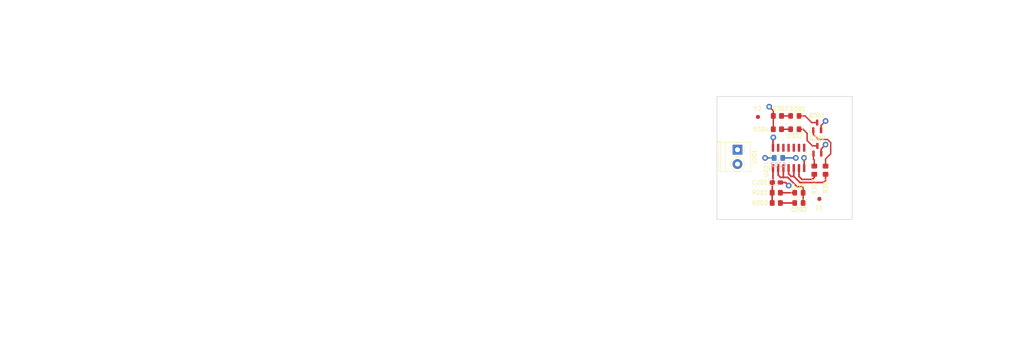
<source format=kicad_pcb>
(kicad_pcb (version 20240108) (generator "pcbnew") (generator_version "8.0")
  (title_block (title "Ejercicio KICAD Multicapa") (date "2018-09-28") (rev "1") (company "Diego Brengi - Cursos KiCad"))
  (layers (0 "F.Cu" signal "1.F.Cu") (1 "In1.Cu" power "2.In.Cu.GND") (2 "In2.Cu" power "3.In.Cu.VCC") (31 "B.Cu" signal "4.B.Cu") (34 "B.Paste" user) (35 "F.Paste" user) (36 "B.SilkS" user "8.B.Silkscreen") (37 "F.SilkS" user "7.F.Silkscreen") (38 "B.Mask" user "6.B.Mask") (39 "F.Mask" user "5.F.Mask") (44 "Edge.Cuts" user))
  (net 0 "")
  (net 1 "GND")
  (net 2 "+5V")
  (net 3 "unconnected-(D201-K-Pad1)")
  (net 4 "unconnected-(D202-A-Pad2)")
  (net 5 "unconnected-(D301-A-Pad2)")
  (net 6 "unconnected-(D302-A-Pad2)")
  (net 7 "/Leds/LED1")
  (net 8 "/Leds/LED2")
  (net 9 "unconnected-(U201-Pad1)")
  (net 10 "Net-(D201-A)")
  (net 17 "Net-(D301-K)")
  (net 18 "Net-(D302-K)")
  (net 19 "Net-(Q301-B)")
  (net 20 "Net-(Q302-B)")
  (footprint "Resistor_SMD:R_0805_2012Metric_Pad1.20x1.40mm_HandSolder" (layer "F.Cu") (at 213.975 65 180)
    (property "Reference" "R201" (at 3.975 0 0) (layer "F.SilkS"))
    (property "Value" "100k")
    (fp_line (start -0.227064 0.735) (end 0.227064 0.735) (stroke (width 0.12)) (layer "F.SilkS"))
    (fp_line (start -0.227064 -0.735) (end 0.227064 -0.735) (stroke (width 0.12)) (layer "F.SilkS"))
    (pad "1" smd roundrect (at -1 0 180) (size 1.2 1.4) (layers "F.Cu" "F.Paste" "F.Mask") (roundrect_rratio 0.208333) (net 3 "unconnected-(D201-K-Pad1)"))
    (pad "2" smd roundrect (at 1 0 180) (size 1.2 1.4) (layers "F.Cu" "F.Paste" "F.Mask") (roundrect_rratio 0.208333) (net 9 "unconnected-(U201-Pad1)"))
  )
  (footprint "MountingHole:MountingHole_2.2mm_M2" (layer "F.Cu") (at 203.5 45.5)
    (property "Reference" "MK101" (hide yes))
    (property "Value" "Mounting_Hole")
    (pad "" np_thru_hole circle (at 0 0) (size 2.2 2.2) (drill 2.2) (layers "*.Cu" "*.Mask"))
  )
  (footprint "Fiducial:Fiducial_1mm_Mask2mm" (layer "F.Cu") (at 209.5 46.5)
    (property "Reference" "F2" (at 0 -2 0) (layer "F.SilkS"))
    (property "Value" "Fiducial")
    (pad "" smd circle (at 0 0) (size 1 1) (layers "F.Cu" "F.Mask") (clearance 0.5))
  )
  (footprint "Capacitor_Tantalum_SMD:CP_EIA-2012-12_Kemet-R_Pad1.30x1.05mm_HandSolder" (layer "F.Cu") (at 213.975 62.5)
    (property "Reference" "C201" (at -3.975 0 0) (layer "F.SilkS"))
    (property "Value" "1uF")
    (fp_line (start -1.885 -0.785) (end -1.885 0.785) (stroke (width 0.12)) (layer "F.SilkS"))
    (fp_line (start -1.885 0.785) (end 1 0.785) (stroke (width 0.12)) (layer "F.SilkS"))
    (fp_line (start 1 -0.785) (end -1.885 -0.785) (stroke (width 0.12)) (layer "F.SilkS"))
    (pad "1" smd roundrect (at -0.975 0) (size 1.3 1.05) (layers "F.Cu" "F.Paste" "F.Mask") (roundrect_rratio 0.238095) (net 9 "unconnected-(U201-Pad1)"))
    (pad "2" smd roundrect (at 0.975 0) (size 1.3 1.05) (layers "F.Cu" "F.Paste" "F.Mask") (roundrect_rratio 0.238095) (net 1 "GND"))
  )
  (footprint "MountingHole:MountingHole_2.2mm_M2" (layer "F.Cu") (at 203.5 67.5)
    (property "Reference" "MK102" (hide yes))
    (property "Value" "Mounting_Hole")
    (pad "" np_thru_hole circle (at 0 0) (size 2.2 2.2) (drill 2.2) (layers "*.Cu" "*.Mask"))
  )
  (footprint "LED_SMD:LED_0805_2012Metric_Pad1.15x1.40mm_HandSolder" (layer "F.Cu") (at 218.5 49.5 180)
    (property "Reference" "D302" (at 0 -1.65 0) (layer "F.SilkS"))
    (property "Value" "LED VERDE")
    (fp_line (start 1 -0.96) (end -1.86 -0.96) (stroke (width 0.12)) (layer "F.SilkS"))
    (fp_line (start -1.86 0.96) (end 1 0.96) (stroke (width 0.12)) (layer "F.SilkS"))
    (fp_line (start -1.86 -0.96) (end -1.86 0.96) (stroke (width 0.12)) (layer "F.SilkS"))
    (pad "1" smd roundrect (at -1.025 0 180) (size 1.15 1.4) (layers "F.Cu" "F.Paste" "F.Mask") (roundrect_rratio 0.217391) (net 18 "Net-(D302-K)"))
    (pad "2" smd roundrect (at 1.025 0 180) (size 1.15 1.4) (layers "F.Cu" "F.Paste" "F.Mask") (roundrect_rratio 0.217391) (net 6 "unconnected-(D302-A-Pad2)"))
  )
  (footprint "Resistor_SMD:R_0805_2012Metric_Pad1.20x1.40mm_HandSolder" (layer "F.Cu") (at 214.25 46.25)
    (property "Reference" "R302" (at 0.75 -1.75 0) (layer "F.SilkS"))
    (property "Value" "470R")
    (fp_line (start -0.227064 -0.735) (end 0.227064 -0.735) (stroke (width 0.12)) (layer "F.SilkS"))
    (fp_line (start -0.227064 0.735) (end 0.227064 0.735) (stroke (width 0.12)) (layer "F.SilkS"))
    (pad "1" smd roundrect (at -1 0) (size 1.2 1.4) (layers "F.Cu" "F.Paste" "F.Mask") (roundrect_rratio 0.208333) (net 2 "+5V"))
    (pad "2" smd roundrect (at 1 0) (size 1.2 1.4) (layers "F.Cu" "F.Paste" "F.Mask") (roundrect_rratio 0.208333) (net 5 "unconnected-(D301-A-Pad2)"))
  )
  (footprint "Resistor_SMD:R_0805_2012Metric_Pad1.20x1.40mm_HandSolder" (layer "F.Cu") (at 213.975 67.5 180)
    (property "Reference" "R202" (at 3.975 0 0) (layer "F.SilkS"))
    (property "Value" "180k")
    (fp_line (start -0.227064 0.735) (end 0.227064 0.735) (stroke (width 0.12)) (layer "F.SilkS"))
    (fp_line (start -0.227064 -0.735) (end 0.227064 -0.735) (stroke (width 0.12)) (layer "F.SilkS"))
    (pad "1" smd roundrect (at -1 0 180) (size 1.2 1.4) (layers "F.Cu" "F.Paste" "F.Mask") (roundrect_rratio 0.208333) (net 4 "unconnected-(D202-A-Pad2)"))
    (pad "2" smd roundrect (at 1 0 180) (size 1.2 1.4) (layers "F.Cu" "F.Paste" "F.Mask") (roundrect_rratio 0.208333) (net 9 "unconnected-(U201-Pad1)"))
  )
  (footprint "Package_SO:SOIC-14_3.9x8.7mm_P1.27mm" (layer "F.Cu") (at 216.975 56.5 90)
    (property "Reference" "U201" (at -2.75 -5.475 90) (layer "F.SilkS"))
    (property "Value" "40106")
    (fp_line (start 0 -4.435) (end 1.95 -4.435) (stroke (width 0.12)) (layer "F.SilkS"))
    (fp_line (start 0 -4.435) (end -1.95 -4.435) (stroke (width 0.12)) (layer "F.SilkS"))
    (fp_line (start 0 4.435) (end 1.95 4.435) (stroke (width 0.12)) (layer "F.SilkS"))
    (fp_line (start 0 4.435) (end -1.95 4.435) (stroke (width 0.12)) (layer "F.SilkS"))
    (fp_poly (pts (xy -2.7 -4.37) (xy -2.94 -4.7) (xy -2.46 -4.7) (xy -2.7 -4.37)) (stroke (width 0.12)) (fill solid) (layer "F.SilkS"))
    (pad "1" smd roundrect (at -2.475 -3.81 90) (size 1.95 0.6) (layers "F.Cu" "F.Paste" "F.Mask") (net 9 "unconnected-(U201-Pad1)"))
    (pad "2" smd roundrect (at -2.475 -2.54 90) (size 1.95 0.6) (layers "F.Cu" "F.Paste" "F.Mask") (net 10 "Net-(D201-A)"))
    (pad "3" smd roundrect (at -2.475 -1.27 90) (size 1.95 0.6) (layers "F.Cu" "F.Paste" "F.Mask") (net 10 "Net-(D201-A)"))
    (pad "4" smd roundrect (at -2.475 0 90) (size 1.95 0.6) (layers "F.Cu" "F.Paste" "F.Mask") (net 7 "/Leds/LED1"))
    (pad "5" smd roundrect (at -2.475 1.27 90) (size 1.95 0.6) (layers "F.Cu" "F.Paste" "F.Mask") (net 7 "/Leds/LED1"))
    (pad "6" smd roundrect (at -2.475 2.54 90) (size 1.95 0.6) (layers "F.Cu" "F.Paste" "F.Mask") (net 8 "/Leds/LED2"))
    (pad "7" smd roundrect (at -2.475 3.81 90) (size 1.95 0.6) (layers "F.Cu" "F.Paste" "F.Mask") (net 1 "GND"))
    (pad "8" smd roundrect (at 2.475 3.81 90) (size 1.95 0.6) (layers "F.Cu" "F.Paste" "F.Mask"))
    (pad "9" smd roundrect (at 2.475 2.54 90) (size 1.95 0.6) (layers "F.Cu" "F.Paste" "F.Mask"))
    (pad "10" smd roundrect (at 2.475 1.27 90) (size 1.95 0.6) (layers "F.Cu" "F.Paste" "F.Mask"))
    (pad "11" smd roundrect (at 2.475 0 90) (size 1.95 0.6) (layers "F.Cu" "F.Paste" "F.Mask"))
    (pad "12" smd roundrect (at 2.475 -1.27 90) (size 1.95 0.6) (layers "F.Cu" "F.Paste" "F.Mask"))
    (pad "13" smd roundrect (at 2.475 -2.54 90) (size 1.95 0.6) (layers "F.Cu" "F.Paste" "F.Mask"))
    (pad "14" smd roundrect (at 2.475 -3.81 90) (size 1.95 0.6) (layers "F.Cu" "F.Paste" "F.Mask") (net 2 "+5V"))
  )
  (footprint "MountingHole:MountingHole_2.2mm_M2" (layer "F.Cu") (at 228.5 67.5)
    (property "Reference" "MK103" (hide yes))
    (property "Value" "Mounting_Hole")
    (pad "" np_thru_hole circle (at 0 0) (size 2.2 2.2) (drill 2.2) (layers "*.Cu" "*.Mask"))
  )
  (footprint "MountingHole:MountingHole_2.2mm_M2" (layer "F.Cu") (at 228.5 45.5)
    (property "Reference" "MK104" (hide yes))
    (property "Value" "Mounting_Hole")
    (pad "" np_thru_hole circle (at 0 0) (size 2.2 2.2) (drill 2.2) (layers "*.Cu" "*.Mask"))
  )
  (footprint "Resistor_SMD:R_0805_2012Metric_Pad1.20x1.40mm_HandSolder" (layer "F.Cu") (at 226 59.5 -90)
    (property "Reference" "R301" (at 3.75 0 -90) (layer "F.SilkS"))
    (property "Value" "2k2")
    (fp_line (start -0.227064 0.735) (end 0.227064 0.735) (stroke (width 0.12)) (layer "F.SilkS"))
    (fp_line (start -0.227064 -0.735) (end 0.227064 -0.735) (stroke (width 0.12)) (layer "F.SilkS"))
    (pad "1" smd roundrect (at -1 0 270) (size 1.2 1.4) (layers "F.Cu" "F.Paste" "F.Mask") (roundrect_rratio 0.208333) (net 19 "Net-(Q301-B)"))
    (pad "2" smd roundrect (at 1 0 270) (size 1.2 1.4) (layers "F.Cu" "F.Paste" "F.Mask") (roundrect_rratio 0.208333) (net 7 "/Leds/LED1"))
  )
  (footprint "LED_SMD:LED_0805_2012Metric_Pad1.15x1.40mm_HandSolder" (layer "F.Cu") (at 218.5 46.25 180)
    (property "Reference" "D301" (at -0.75 1.75 0) (layer "F.SilkS"))
    (property "Value" "LED ROJO")
    (fp_line (start 1 -0.96) (end -1.86 -0.96) (stroke (width 0.12)) (layer "F.SilkS"))
    (fp_line (start -1.86 0.96) (end 1 0.96) (stroke (width 0.12)) (layer "F.SilkS"))
    (fp_line (start -1.86 -0.96) (end -1.86 0.96) (stroke (width 0.12)) (layer "F.SilkS"))
    (pad "1" smd roundrect (at -1.025 0 180) (size 1.15 1.4) (layers "F.Cu" "F.Paste" "F.Mask") (roundrect_rratio 0.217391) (net 17 "Net-(D301-K)"))
    (pad "2" smd roundrect (at 1.025 0 180) (size 1.15 1.4) (layers "F.Cu" "F.Paste" "F.Mask") (roundrect_rratio 0.217391) (net 5 "unconnected-(D301-A-Pad2)"))
  )
  (footprint "Package_TO_SOT_SMD:SOT-23" (layer "F.Cu") (at 224 54.5 90)
    (property "Reference" "Q302" (at 2.8125 -0.05 180) (layer "F.SilkS"))
    (property "Value" "BC846")
    (fp_line (start 0 -1.56) (end 0.65 -1.56) (stroke (width 0.12)) (layer "F.SilkS"))
    (fp_line (start 0 -1.56) (end -0.65 -1.56) (stroke (width 0.12)) (layer "F.SilkS"))
    (fp_line (start 0 1.56) (end 0.65 1.56) (stroke (width 0.12)) (layer "F.SilkS"))
    (fp_line (start 0 1.56) (end -0.65 1.56) (stroke (width 0.12)) (layer "F.SilkS"))
    (fp_poly (pts (xy -1.1625 -1.51) (xy -1.4025 -1.84) (xy -0.9225 -1.84) (xy -1.1625 -1.51)) (stroke (width 0.12)) (fill solid) (layer "F.SilkS"))
    (pad "1" smd roundrect (at -0.9375 -0.95 90) (size 1.475 0.6) (layers "F.Cu" "F.Paste" "F.Mask") (net 20 "Net-(Q302-B)"))
    (pad "2" smd roundrect (at -0.9375 0.95 90) (size 1.475 0.6) (layers "F.Cu" "F.Paste" "F.Mask") (net 1 "GND"))
    (pad "3" smd roundrect (at 0.9375 0 90) (size 1.475 0.6) (layers "F.Cu" "F.Paste" "F.Mask") (net 18 "Net-(D302-K)"))
  )
  (footprint "Diode_SMD:D_0805_2012Metric_Pad1.15x1.40mm_HandSolder" (layer "F.Cu") (at 219.5 65)
    (property "Reference" "D201" (at 0 -1.65 0) (layer "F.SilkS"))
    (property "Value" "1N4148")
    (fp_line (start -1.86 -0.96) (end -1.86 0.96) (stroke (width 0.12)) (layer "F.SilkS"))
    (fp_line (start -1.86 0.96) (end 1 0.96) (stroke (width 0.12)) (layer "F.SilkS"))
    (fp_line (start 1 -0.96) (end -1.86 -0.96) (stroke (width 0.12)) (layer "F.SilkS"))
    (pad "1" smd roundrect (at -1.025 0) (size 1.15 1.4) (layers "F.Cu" "F.Paste" "F.Mask") (roundrect_rratio 0.217391) (net 3 "unconnected-(D201-K-Pad1)"))
    (pad "2" smd roundrect (at 1.025 0) (size 1.15 1.4) (layers "F.Cu" "F.Paste" "F.Mask") (roundrect_rratio 0.217391) (net 10 "Net-(D201-A)"))
  )
  (footprint "Fiducial:Fiducial_1mm_Mask2mm" (layer "F.Cu") (at 224.5 66.5)
    (property "Reference" "F1" (at 0 2.25 0) (layer "F.SilkS"))
    (property "Value" "Fiducial")
    (pad "" smd circle (at 0 0) (size 1 1) (layers "F.Cu" "F.Mask") (clearance 0.5))
  )
  (footprint "Resistor_SMD:R_0805_2012Metric_Pad1.20x1.40mm_HandSolder" (layer "F.Cu") (at 223.25 59.5 -90)
    (property "Reference" "R303" (at 4 0 90) (layer "F.SilkS"))
    (property "Value" "2k2")
    (fp_line (start -0.227064 0.735) (end 0.227064 0.735) (stroke (width 0.12)) (layer "F.SilkS"))
    (fp_line (start -0.227064 -0.735) (end 0.227064 -0.735) (stroke (width 0.12)) (layer "F.SilkS"))
    (pad "1" smd roundrect (at -1 0 270) (size 1.2 1.4) (layers "F.Cu" "F.Paste" "F.Mask") (roundrect_rratio 0.208333) (net 20 "Net-(Q302-B)"))
    (pad "2" smd roundrect (at 1 0 270) (size 1.2 1.4) (layers "F.Cu" "F.Paste" "F.Mask") (roundrect_rratio 0.208333) (net 8 "/Leds/LED2"))
  )
  (footprint "Diode_SMD:D_0805_2012Metric_Pad1.15x1.40mm_HandSolder" (layer "F.Cu") (at 219.5 67.5 180)
    (property "Reference" "D202" (at 0 -1.65 0) (layer "F.SilkS"))
    (property "Value" "1N4148")
    (fp_line (start 1 -0.96) (end -1.86 -0.96) (stroke (width 0.12)) (layer "F.SilkS"))
    (fp_line (start -1.86 0.96) (end 1 0.96) (stroke (width 0.12)) (layer "F.SilkS"))
    (fp_line (start -1.86 -0.96) (end -1.86 0.96) (stroke (width 0.12)) (layer "F.SilkS"))
    (pad "1" smd roundrect (at -1.025 0 180) (size 1.15 1.4) (layers "F.Cu" "F.Paste" "F.Mask") (roundrect_rratio 0.217391) (net 10 "Net-(D201-A)"))
    (pad "2" smd roundrect (at 1.025 0 180) (size 1.15 1.4) (layers "F.Cu" "F.Paste" "F.Mask") (roundrect_rratio 0.217391) (net 4 "unconnected-(D202-A-Pad2)"))
  )
  (footprint "Resistor_SMD:R_0805_2012Metric_Pad1.20x1.40mm_HandSolder" (layer "F.Cu") (at 214.25 49.5)
    (property "Reference" "R304" (at -4 0 0) (layer "F.SilkS"))
    (property "Value" "470R")
    (fp_line (start -0.227064 -0.735) (end 0.227064 -0.735) (stroke (width 0.12)) (layer "F.SilkS"))
    (fp_line (start -0.227064 0.735) (end 0.227064 0.735) (stroke (width 0.12)) (layer "F.SilkS"))
    (pad "1" smd roundrect (at -1 0) (size 1.2 1.4) (layers "F.Cu" "F.Paste" "F.Mask") (roundrect_rratio 0.208333) (net 2 "+5V"))
    (pad "2" smd roundrect (at 1 0) (size 1.2 1.4) (layers "F.Cu" "F.Paste" "F.Mask") (roundrect_rratio 0.208333) (net 6 "unconnected-(D302-A-Pad2)"))
  )
  (footprint "Package_TO_SOT_SMD:SOT-23" (layer "F.Cu") (at 223.95 48.8125 90)
    (property "Reference" "Q301" (at 2.6875 0 180) (layer "F.SilkS"))
    (property "Value" "BC846")
    (fp_line (start 0 -1.56) (end 0.65 -1.56) (stroke (width 0.12)) (layer "F.SilkS"))
    (fp_line (start 0 -1.56) (end -0.65 -1.56) (stroke (width 0.12)) (layer "F.SilkS"))
    (fp_line (start 0 1.56) (end 0.65 1.56) (stroke (width 0.12)) (layer "F.SilkS"))
    (fp_line (start 0 1.56) (end -0.65 1.56) (stroke (width 0.12)) (layer "F.SilkS"))
    (fp_poly (pts (xy -1.1625 -1.51) (xy -1.4025 -1.84) (xy -0.9225 -1.84) (xy -1.1625 -1.51)) (stroke (width 0.12)) (fill solid) (layer "F.SilkS"))
    (pad "1" smd roundrect (at -0.9375 -0.95 90) (size 1.475 0.6) (layers "F.Cu" "F.Paste" "F.Mask") (net 19 "Net-(Q301-B)"))
    (pad "2" smd roundrect (at -0.9375 0.95 90) (size 1.475 0.6) (layers "F.Cu" "F.Paste" "F.Mask") (net 1 "GND"))
    (pad "3" smd roundrect (at 0.9375 0 90) (size 1.475 0.6) (layers "F.Cu" "F.Paste" "F.Mask") (net 17 "Net-(D301-K)"))
  )
  (footprint "TerminalBlock_Phoenix:TerminalBlock_Phoenix_PT-1,5-2-3.5-H_1x02_P3.50mm_Horizontal" (layer "F.Cu") (at 204.5 54.5 -90)
    (property "Reference" "J201" (at 1.75 -4.16 -90) (layer "F.SilkS"))
    (property "Value" "Conn_01x02")
    (fp_line (start -2.05 4.8) (end -1.65 4.8) (stroke (width 0.12)) (layer "F.SilkS"))
    (fp_line (start -1.81 4.56) (end 5.31 4.56) (stroke (width 0.12)) (layer "F.SilkS"))
    (fp_line (start -2.05 4.16) (end -2.05 4.8) (stroke (width 0.12)) (layer "F.SilkS"))
    (fp_line (start -1.81 4.1) (end 5.31 4.1) (stroke (width 0.12)) (layer "F.SilkS"))
    (fp_line (start -1.81 3) (end 5.31 3) (stroke (width 0.12)) (layer "F.SilkS"))
    (fp_line (start 2.525 1.181) (end 2.431 1.274) (stroke (width 0.12)) (layer "F.SilkS"))
    (fp_line (start 2.355 0.941) (end 2.226 1.069) (stroke (width 0.12)) (layer "F.SilkS"))
    (fp_line (start 4.775 -1.069) (end 4.646 -0.941) (stroke (width 0.12)) (layer "F.SilkS"))
    (fp_line (start 4.57 -1.275) (end 4.476 -1.181) (stroke (width 0.12)) (layer "F.SilkS"))
    (fp_line (start -1.81 -3.16) (end -1.81 4.56) (stroke (width 0.12)) (layer "F.SilkS"))
    (fp_line (start -1.81 -3.16) (end 5.31 -3.16) (stroke (width 0.12)) (layer "F.SilkS"))
    (fp_line (start 5.31 -3.16) (end 5.31 4.56) (stroke (width 0.12)) (layer "F.SilkS"))
    (fp_arc (start 0.028674 1.680099) (mid -0.435535 1.622918) (end -0.866 1.44) (stroke (width 0.12)) (layer "F.SilkS"))
    (fp_arc (start 0.890264 1.424721) (mid 0.463071 1.61492) (end 0 1.68) (stroke (width 0.12)) (layer "F.SilkS"))
    (fp_arc (start -1.425358 0.889894) (mid -1.680286 0.014012) (end -1.44 -0.866) (stroke (width 0.12)) (layer "F.SilkS"))
    (fp_arc (start 1.425504 -0.890193) (mid 1.680626 0.000476) (end 1.425 0.891) (stroke (width 0.12)) (layer "F.SilkS"))
    (fp_arc (start -0.889894 -1.425358) (mid -0.014012 -1.680286) (end 0.866 -1.44) (stroke (width 0.12)) (layer "F.SilkS"))
    (fp_circle (center 3.5 0) (end 5.18 0) (stroke (width 0.12)) (fill none) (layer "F.SilkS"))
    (pad "1" thru_hole rect (at 0 0 270) (size 2.4 2.4) (drill 1.2) (layers "*.Cu" "*.Mask") (net 2 "+5V"))
    (pad "2" thru_hole circle (at 3.5 0 270) (size 2.4 2.4) (drill 1.2) (layers "*.Cu" "*.Mask") (net 1 "GND"))
  )
  (footprint "Capacitor_SMD:C_0805_2012Metric_Pad1.18x1.45mm_HandSolder" (layer "B.Cu") (at 214.5 56.5)
    (property "Reference" "C202" (at 0 1.68 0) (layer "B.SilkS") (effects (justify mirror)))
    (property "Value" "0.1u")
    (fp_line (start 0.261252 -0.735) (end -0.261252 -0.735) (stroke (width 0.12)) (layer "B.SilkS"))
    (fp_line (start 0.261252 0.735) (end -0.261252 0.735) (stroke (width 0.12)) (layer "B.SilkS"))
    (pad "1" smd roundrect (at -1.0375 0) (size 1.175 1.45) (layers "B.Cu" "B.Paste" "B.Mask") (roundrect_rratio 0.212766) (net 2 "+5V"))
    (pad "2" smd roundrect (at 1.0375 0) (size 1.175 1.45) (layers "B.Cu" "B.Paste" "B.Mask") (roundrect_rratio 0.212766) (net 1 "GND"))
  )
  (gr_rect (start 199.5 41.5) (end 232.5 71.5) (stroke (width 0.15)) (fill none) (layer "Edge.Cuts"))
  (segment (start 224.95 55.4375) (end 224.95 54.3) (width 0.4) (layer "F.Cu") (net 1))
  (segment (start 220.785 58.975) (end 220.785 56.535) (width 0.4) (layer "F.Cu") (net 1))
  (segment (start 224.9 48.6) (end 226 47.5) (width 0.35) (layer "F.Cu") (net 1))
  (segment (start 224.9 49.75) (end 224.9 48.6) (width 0.35) (layer "F.Cu") (net 1))
  (segment (start 220.785 56.535) (end 220.75 56.5) (width 0.4) (layer "F.Cu") (net 1))
  (segment (start 214.95 62.5) (end 216.25 62.5) (width 0.4) (layer "F.Cu") (net 1))
  (segment (start 216.25 62.5) (end 217 63.25) (width 0.4) (layer "F.Cu") (net 1))
  (segment (start 224.95 54.3) (end 226 53.25) (width 0.4) (layer "F.Cu") (net 1))
  (via (at 220.75 56.5) (size 1.4) (drill 0.7) (layers "F.Cu" "B.Cu") (net 1))
  (via (at 226 47.5) (size 1.4) (drill 0.7) (layers "F.Cu" "B.Cu") (net 1))
  (via (at 226 53.25) (size 1.4) (drill 0.7) (layers "F.Cu" "B.Cu") (net 1))
  (via (at 217 63.25) (size 1.4) (drill 0.7) (layers "F.Cu" "B.Cu") (net 1))
  (via (at 218.75 56.5) (size 1.4) (drill 0.7) (layers "F.Cu" "B.Cu") (net 1))
  (segment (start 215.5375 56.5) (end 218.75 56.5) (width 0.4) (layer "B.Cu") (net 1))
  (segment (start 213.25 46.25) (end 213.25 45) (width 0.35) (layer "F.Cu") (net 2))
  (segment (start 213.165 51.585) (end 213.25 51.5) (width 0.4) (layer "F.Cu") (net 2))
  (segment (start 213.25 46.25) (end 213.25 49.5) (width 0.35) (layer "F.Cu") (net 2))
  (segment (start 213.165 54.025) (end 213.165 51.585) (width 0.4) (layer "F.Cu") (net 2))
  (segment (start 213.25 45) (end 212.25 44) (width 0.35) (layer "F.Cu") (net 2))
  (via (at 212.25 44) (size 1.4) (drill 0.7) (layers "F.Cu" "B.Cu") (net 2))
  (via (at 213.25 51.5) (size 1.4) (drill 0.7) (layers "F.Cu" "B.Cu") (net 2))
  (via (at 211.25 56.5) (size 1.4) (drill 0.7) (layers "F.Cu" "B.Cu") (net 2))
  (segment (start 213.4625 56.5) (end 211.25 56.5) (width 0.4) (layer "B.Cu") (net 2))
  (segment (start 214.975 65) (end 218.475 65) (width 0.4) (layer "F.Cu") (net 3))
  (segment (start 214.975 67.5) (end 218.475 67.5) (width 0.4) (layer "F.Cu") (net 4))
  (segment (start 217.475 46.25) (end 215.25 46.25) (width 0.35) (layer "F.Cu") (net 5))
  (segment (start 217.475 49.5) (end 215.25 49.5) (width 0.35) (layer "F.Cu") (net 6))
  (segment (start 216.975 58.975) (end 216.975 60.396573) (width 0.4) (layer "F.Cu") (net 7))
  (segment (start 218.245 58.975) (end 218.245 60.995) (width 0.4) (layer "F.Cu") (net 7))
  (segment (start 219.75 62.5) (end 225.5 62.5) (width 0.4) (layer "F.Cu") (net 7))
  (segment (start 225.5 62.5) (end 226 62) (width 0.4) (layer "F.Cu") (net 7))
  (segment (start 226 62) (end 226 60.5) (width 0.4) (layer "F.Cu") (net 7))
  (segment (start 217.573427 60.995) (end 218.245 60.995) (width 0.4) (layer "F.Cu") (net 7))
  (segment (start 216.975 60.396573) (end 217.573427 60.995) (width 0.4) (layer "F.Cu") (net 7))
  (segment (start 218.245 60.995) (end 219.75 62.5) (width 0.4) (layer "F.Cu") (net 7))
  (segment (start 223.25 61.25) (end 223.25 60.5) (width 0.4) (layer "F.Cu") (net 8))
  (segment (start 220.25 61.75) (end 222.75 61.75) (width 0.4) (layer "F.Cu") (net 8))
  (segment (start 219.515 61.015) (end 220.25 61.75) (width 0.4) (layer "F.Cu") (net 8))
  (segment (start 222.75 61.75) (end 223.25 61.25) (width 0.4) (layer "F.Cu") (net 8))
  (segment (start 219.515 58.975) (end 219.515 61.015) (width 0.4) (layer "F.Cu") (net 8))
  (segment (start 213.165 58.975) (end 213.165 62.335) (width 0.4) (layer "F.Cu") (net 9))
  (segment (start 212.975 65) (end 212.975 67.5) (width 0.4) (layer "F.Cu") (net 9))
  (segment (start 213 62.5) (end 213 64.975) (width 0.4) (layer "F.Cu") (net 9))
  (segment (start 213 64.975) (end 212.975 65) (width 0.4) (layer "F.Cu") (net 9))
  (segment (start 213.165 62.335) (end 213 62.5) (width 0.4) (layer "F.Cu") (net 9))
  (segment (start 220.525 67.5) (end 220.525 65) (width 0.4) (layer "F.Cu") (net 10))
  (segment (start 220.525 65) (end 220.525 63.775) (width 0.4) (layer "F.Cu") (net 10))
  (segment (start 214.435 60.685) (end 214.435 58.975) (width 0.4) (layer "F.Cu") (net 10))
  (segment (start 220.525 63.775) (end 220.25 63.5) (width 0.4) (layer "F.Cu") (net 10))
  (segment (start 215 61.25) (end 214.435 60.685) (width 0.4) (layer "F.Cu") (net 10))
  (segment (start 219.017767 63.5) (end 216.767767 61.25) (width 0.4) (layer "F.Cu") (net 10))
  (segment (start 220.25 63.5) (end 219.017767 63.5) (width 0.4) (layer "F.Cu") (net 10))
  (segment (start 215.705 61.205) (end 215.75 61.25) (width 0.4) (layer "F.Cu") (net 10))
  (segment (start 215.75 61.25) (end 215 61.25) (width 0.4) (layer "F.Cu") (net 10))
  (segment (start 215.705 58.975) (end 215.705 61.205) (width 0.4) (layer "F.Cu") (net 10))
  (segment (start 216.767767 61.25) (end 215.75 61.25) (width 0.4) (layer "F.Cu") (net 10))
  (segment (start 223.95 47.875) (end 222.625 47.875) (width 0.35) (layer "F.Cu") (net 17))
  (segment (start 222.625 47.875) (end 221 46.25) (width 0.35) (layer "F.Cu") (net 17))
  (segment (start 221 46.25) (end 219.525 46.25) (width 0.35) (layer "F.Cu") (net 17))
  (segment (start 222.8125 53.5625) (end 221.5 52.25) (width 0.35) (layer "F.Cu") (net 18))
  (segment (start 224 53.5625) (end 222.8125 53.5625) (width 0.35) (layer "F.Cu") (net 18))
  (segment (start 221.5 50.5) (end 220.5 49.5) (width 0.35) (layer "F.Cu") (net 18))
  (segment (start 220.5 49.5) (end 219.525 49.5) (width 0.35) (layer "F.Cu") (net 18))
  (segment (start 221.5 52.25) (end 221.5 50.5) (width 0.35) (layer "F.Cu") (net 18))
  (segment (start 226.482412 52) (end 224.25 52) (width 0.35) (layer "F.Cu") (net 19))
  (segment (start 227.25 52.767588) (end 226.482412 52) (width 0.35) (layer "F.Cu") (net 19))
  (segment (start 224.25 52) (end 223 50.75) (width 0.35) (layer "F.Cu") (net 19))
  (segment (start 227.25 55.5) (end 227.25 52.767588) (width 0.35) (layer "F.Cu") (net 19))
  (segment (start 226 58.5) (end 226 56.75) (width 0.35) (layer "F.Cu") (net 19))
  (segment (start 223 50.75) (end 223 49.75) (width 0.35) (layer "F.Cu") (net 19))
  (segment (start 226 56.75) (end 227.25 55.5) (width 0.35) (layer "F.Cu") (net 19))
  (segment (start 223.05 56.8) (end 223.25 57) (width 0.35) (layer "F.Cu") (net 20))
  (segment (start 223.05 55.4375) (end 223.05 56.8) (width 0.35) (layer "F.Cu") (net 20))
  (segment (start 223.25 58.5) (end 223.05 58.3) (width 0.4) (layer "F.Cu") (net 20))
  (segment (start 223.25 57) (end 223.25 58.5) (width 0.35) (layer "F.Cu") (net 20))
)
</source>
